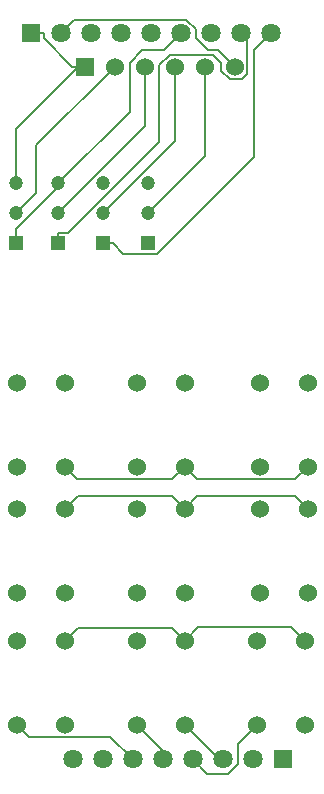
<source format=gbl>
G04 ---------------------------- Layer name :BOTTOM LAYER*
G04 EasyEDA v5.8.20, Mon, 19 Nov 2018 02:26:46 GMT*
G04 9078f91518dc4e9cb65967eac6ea11d3*
G04 Gerber Generator version 0.2*
G04 Scale: 100 percent, Rotated: No, Reflected: No *
G04 Dimensions in inches *
G04 leading zeros omitted , absolute positions ,2 integer and 4 decimal *
%FSLAX24Y24*%
%MOIN*%
G90*
G70D02*

%ADD11C,0.008000*%
%ADD12R,0.064300X0.064300*%
%ADD13C,0.064300*%
%ADD14R,0.047200X0.047200*%
%ADD15C,0.047200*%
%ADD16C,0.060000*%
%ADD17R,0.060000X0.060000*%

%LPD*%
G54D11*
G01X6734Y11201D02*
G01X6318Y10786D01*
G01X3148Y10786D01*
G01X2734Y11201D01*
G01X6734Y2601D02*
G01X7885Y1450D01*
G01X8000Y1450D01*
G01X9134Y2601D02*
G01X8500Y1967D01*
G01X8500Y1276D01*
G01X8185Y963D01*
G01X7486Y963D01*
G01X7000Y1450D01*
G01X5134Y2601D02*
G01X6000Y1734D01*
G01X6000Y1450D01*
G01X1134Y2601D02*
G01X1544Y2190D01*
G01X4259Y2190D01*
G01X5000Y1450D01*
G01X2500Y20650D02*
G01X2500Y20517D01*
G01X1100Y19117D01*
G01X1100Y18650D01*
G01X6600Y25650D02*
G01X6031Y25080D01*
G01X5300Y25080D01*
G01X4893Y24673D01*
G01X4893Y23042D01*
G01X2500Y20650D01*
G01X4393Y24536D02*
G01X1771Y21915D01*
G01X1771Y20321D01*
G01X1771Y20321D01*
G01X1100Y19650D01*
G01X3189Y24536D02*
G01X1100Y22446D01*
G01X1100Y20650D01*
G01X3189Y24536D02*
G01X2984Y24536D01*
G01X3393Y24536D02*
G01X3189Y24536D01*
G01X1601Y25648D02*
G01X2032Y25648D01*
G01X2984Y24536D02*
G01X2032Y25488D01*
G01X2032Y25648D01*
G01X2500Y18650D02*
G01X2500Y18996D01*
G01X8600Y25650D02*
G01X8822Y25427D01*
G01X8822Y24303D01*
G01X8640Y24121D01*
G01X8235Y24121D01*
G01X7950Y24407D01*
G01X7950Y24652D01*
G01X7663Y24938D01*
G01X6227Y24938D01*
G01X5890Y24602D01*
G01X5890Y22040D01*
G01X2846Y18996D01*
G01X2500Y18996D01*
G01X5400Y24528D02*
G01X5400Y22550D01*
G01X2500Y19650D01*
G01X4000Y18650D02*
G01X4346Y18650D01*
G01X9600Y25650D02*
G01X9032Y25082D01*
G01X9032Y21523D01*
G01X5814Y18303D01*
G01X4692Y18303D01*
G01X4346Y18650D01*
G01X4000Y19650D02*
G01X6397Y22046D01*
G01X6397Y24513D01*
G01X7400Y24528D02*
G01X7400Y21550D01*
G01X5500Y19650D01*
G01X10834Y9801D02*
G01X10417Y10217D01*
G01X7151Y10217D01*
G01X6734Y9801D01*
G01X6734Y9801D02*
G01X6297Y10238D01*
G01X3172Y10238D01*
G01X2734Y9801D01*
G01X6734Y5401D02*
G01X6293Y5840D01*
G01X3173Y5840D01*
G01X2734Y5401D01*
G01X6734Y5401D02*
G01X7181Y5848D01*
G01X10286Y5848D01*
G01X10734Y5401D01*
G01X2600Y25650D02*
G01X3057Y26107D01*
G01X6784Y26107D01*
G01X7100Y25792D01*
G01X7100Y25502D01*
G01X7494Y25107D01*
G01X7831Y25107D01*
G01X8406Y24532D01*
G01X10834Y11201D02*
G01X10411Y10778D01*
G01X7156Y10778D01*
G01X6734Y11201D01*
G54D12*
G01X10000Y1450D03*
G54D13*
G01X9000Y1450D03*
G01X8000Y1450D03*
G01X7000Y1450D03*
G01X6000Y1450D03*
G01X5000Y1450D03*
G01X4000Y1450D03*
G01X3000Y1450D03*
G54D14*
G01X1100Y18650D03*
G54D15*
G01X1100Y19650D03*
G01X1100Y20650D03*
G54D14*
G01X2500Y18650D03*
G54D15*
G01X2500Y19650D03*
G01X2500Y20650D03*
G54D14*
G01X4000Y18650D03*
G54D15*
G01X4000Y19650D03*
G01X4000Y20650D03*
G54D14*
G01X5500Y18650D03*
G54D15*
G01X5500Y19650D03*
G01X5500Y20650D03*
G54D16*
G01X1134Y11201D03*
G01X1134Y14001D03*
G01X2734Y11201D03*
G01X2734Y14001D03*
G01X9234Y11201D03*
G01X9234Y14001D03*
G01X10834Y11201D03*
G01X10834Y14001D03*
G01X1134Y7001D03*
G01X1134Y9801D03*
G01X2734Y7001D03*
G01X2734Y9801D03*
G01X9234Y7001D03*
G01X9234Y9801D03*
G01X10834Y7001D03*
G01X10834Y9801D03*
G01X1134Y2601D03*
G01X1134Y5401D03*
G01X2734Y2601D03*
G01X2734Y5401D03*
G01X9134Y2601D03*
G01X9134Y5401D03*
G01X10734Y2601D03*
G01X10734Y5401D03*
G01X5134Y11201D03*
G01X5134Y14001D03*
G01X6734Y11201D03*
G01X6734Y14001D03*
G01X5134Y7001D03*
G01X5134Y9801D03*
G01X6734Y7001D03*
G01X6734Y9801D03*
G01X5134Y2601D03*
G01X5134Y5401D03*
G01X6734Y2601D03*
G01X6734Y5401D03*
G54D12*
G01X1600Y25650D03*
G54D13*
G01X2600Y25650D03*
G01X3600Y25650D03*
G01X4600Y25650D03*
G01X5600Y25650D03*
G01X6600Y25650D03*
G01X7600Y25650D03*
G01X8600Y25650D03*
G01X9600Y25650D03*
G54D16*
G01X5400Y24528D03*
G01X7400Y24528D03*
G54D17*
G01X3393Y24536D03*
G54D16*
G01X4393Y24536D03*
G01X6397Y24513D03*
G01X8406Y24532D03*
M00*
M02*

</source>
